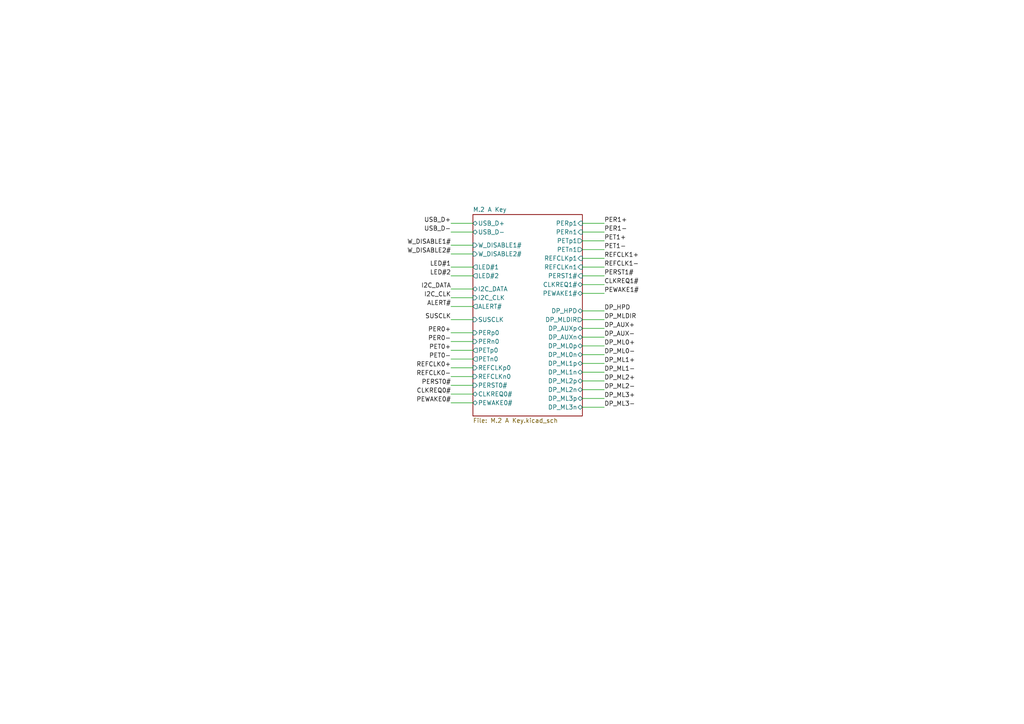
<source format=kicad_sch>
(kicad_sch
	(version 20250114)
	(generator "eeschema")
	(generator_version "9.0")
	(uuid "73980d46-8af7-4a2d-b693-b8b2cc5b8cdb")
	(paper "A4")
	(lib_symbols)
	(wire
		(pts
			(xy 168.91 85.09) (xy 175.26 85.09)
		)
		(stroke
			(width 0)
			(type default)
		)
		(uuid "0cac00a6-be52-4814-bd66-ec717d619686")
	)
	(wire
		(pts
			(xy 130.81 96.52) (xy 137.16 96.52)
		)
		(stroke
			(width 0)
			(type default)
		)
		(uuid "0dfa9a9f-9e99-454e-9e50-cc5b9dc11c0a")
	)
	(wire
		(pts
			(xy 130.81 64.77) (xy 137.16 64.77)
		)
		(stroke
			(width 0)
			(type default)
		)
		(uuid "100ba10a-b362-4950-9162-3f2eff6ddfac")
	)
	(wire
		(pts
			(xy 130.81 99.06) (xy 137.16 99.06)
		)
		(stroke
			(width 0)
			(type default)
		)
		(uuid "194793e4-13cd-431c-920c-71f535587a54")
	)
	(wire
		(pts
			(xy 168.91 115.57) (xy 175.26 115.57)
		)
		(stroke
			(width 0)
			(type default)
		)
		(uuid "1f858c80-6758-41ff-9844-f16e4b31bed9")
	)
	(wire
		(pts
			(xy 130.81 67.31) (xy 137.16 67.31)
		)
		(stroke
			(width 0)
			(type default)
		)
		(uuid "2af06e8a-38ed-4cc7-9761-ee65eac414ca")
	)
	(wire
		(pts
			(xy 168.91 77.47) (xy 175.26 77.47)
		)
		(stroke
			(width 0)
			(type default)
		)
		(uuid "2e503f90-789a-4931-b419-6222ec57823e")
	)
	(wire
		(pts
			(xy 168.91 72.39) (xy 175.26 72.39)
		)
		(stroke
			(width 0)
			(type default)
		)
		(uuid "2ec36fe8-ba95-44b2-bc64-2d7f5f75b2f1")
	)
	(wire
		(pts
			(xy 168.91 113.03) (xy 175.26 113.03)
		)
		(stroke
			(width 0)
			(type default)
		)
		(uuid "37db94c9-37bf-45df-8dbf-3bd7376074bc")
	)
	(wire
		(pts
			(xy 130.81 71.12) (xy 137.16 71.12)
		)
		(stroke
			(width 0)
			(type default)
		)
		(uuid "4648cfc1-47d6-4325-bec7-78450686b85e")
	)
	(wire
		(pts
			(xy 168.91 80.01) (xy 175.26 80.01)
		)
		(stroke
			(width 0)
			(type default)
		)
		(uuid "4a41624c-f1db-4780-b46c-2c1ea7c09001")
	)
	(wire
		(pts
			(xy 130.81 86.36) (xy 137.16 86.36)
		)
		(stroke
			(width 0)
			(type default)
		)
		(uuid "4c979bb3-f8b9-4741-9346-eafad61a5abf")
	)
	(wire
		(pts
			(xy 168.91 82.55) (xy 175.26 82.55)
		)
		(stroke
			(width 0)
			(type default)
		)
		(uuid "51733a15-adcc-4006-af11-11482031b2d7")
	)
	(wire
		(pts
			(xy 130.81 111.76) (xy 137.16 111.76)
		)
		(stroke
			(width 0)
			(type default)
		)
		(uuid "5b9e15da-4ff8-42c7-8a2a-757e71047c5b")
	)
	(wire
		(pts
			(xy 130.81 92.71) (xy 137.16 92.71)
		)
		(stroke
			(width 0)
			(type default)
		)
		(uuid "5bc262b6-308b-41b5-91e4-3419cd0ccd3f")
	)
	(wire
		(pts
			(xy 168.91 100.33) (xy 175.26 100.33)
		)
		(stroke
			(width 0)
			(type default)
		)
		(uuid "62517c91-bdcc-4664-888a-c8a6f602ff9f")
	)
	(wire
		(pts
			(xy 130.81 88.9) (xy 137.16 88.9)
		)
		(stroke
			(width 0)
			(type default)
		)
		(uuid "699eb231-25a2-443c-bc60-98e952623437")
	)
	(wire
		(pts
			(xy 168.91 90.17) (xy 175.26 90.17)
		)
		(stroke
			(width 0)
			(type default)
		)
		(uuid "724188e0-fafa-41ca-98ae-89244fe1b8b4")
	)
	(wire
		(pts
			(xy 130.81 114.3) (xy 137.16 114.3)
		)
		(stroke
			(width 0)
			(type default)
		)
		(uuid "8e7361fb-d342-466a-8beb-9a4e67df0af1")
	)
	(wire
		(pts
			(xy 168.91 107.95) (xy 175.26 107.95)
		)
		(stroke
			(width 0)
			(type default)
		)
		(uuid "966aa651-f3bb-495a-b3f2-12bbddd11347")
	)
	(wire
		(pts
			(xy 168.91 69.85) (xy 175.26 69.85)
		)
		(stroke
			(width 0)
			(type default)
		)
		(uuid "98146ce4-5c31-4c28-9c90-95b62e8227c3")
	)
	(wire
		(pts
			(xy 168.91 105.41) (xy 175.26 105.41)
		)
		(stroke
			(width 0)
			(type default)
		)
		(uuid "989f141d-4969-4d59-be98-ea411b175821")
	)
	(wire
		(pts
			(xy 168.91 92.71) (xy 175.26 92.71)
		)
		(stroke
			(width 0)
			(type default)
		)
		(uuid "9e8c125a-7e71-4013-99ca-119d2087d847")
	)
	(wire
		(pts
			(xy 168.91 97.79) (xy 175.26 97.79)
		)
		(stroke
			(width 0)
			(type default)
		)
		(uuid "9eac1fb9-4711-4784-9212-c690bd4144c0")
	)
	(wire
		(pts
			(xy 130.81 101.6) (xy 137.16 101.6)
		)
		(stroke
			(width 0)
			(type default)
		)
		(uuid "aa9398cb-8513-4e1d-8d43-82d2120e5e31")
	)
	(wire
		(pts
			(xy 130.81 83.82) (xy 137.16 83.82)
		)
		(stroke
			(width 0)
			(type default)
		)
		(uuid "ab7f4a64-7a93-4564-9f3b-69a55fca8326")
	)
	(wire
		(pts
			(xy 168.91 102.87) (xy 175.26 102.87)
		)
		(stroke
			(width 0)
			(type default)
		)
		(uuid "ac95b7e5-1217-4735-9c4b-d7dab02c4db1")
	)
	(wire
		(pts
			(xy 168.91 118.11) (xy 175.26 118.11)
		)
		(stroke
			(width 0)
			(type default)
		)
		(uuid "ae006d5e-1a7a-4b03-811a-c73a9b4327f7")
	)
	(wire
		(pts
			(xy 130.81 116.84) (xy 137.16 116.84)
		)
		(stroke
			(width 0)
			(type default)
		)
		(uuid "aeeff289-aa94-4bae-ae37-c808263ff48a")
	)
	(wire
		(pts
			(xy 168.91 74.93) (xy 175.26 74.93)
		)
		(stroke
			(width 0)
			(type default)
		)
		(uuid "b8415a5e-b4d8-4f49-9212-e4d062fe8812")
	)
	(wire
		(pts
			(xy 130.81 109.22) (xy 137.16 109.22)
		)
		(stroke
			(width 0)
			(type default)
		)
		(uuid "ba220175-d4f3-4dc4-a886-593efd58fa59")
	)
	(wire
		(pts
			(xy 168.91 67.31) (xy 175.26 67.31)
		)
		(stroke
			(width 0)
			(type default)
		)
		(uuid "cff28ce2-9287-4205-a121-c6e613f85aa2")
	)
	(wire
		(pts
			(xy 168.91 110.49) (xy 175.26 110.49)
		)
		(stroke
			(width 0)
			(type default)
		)
		(uuid "d9d82338-4c83-4a46-a879-3b4047f8441e")
	)
	(wire
		(pts
			(xy 168.91 95.25) (xy 175.26 95.25)
		)
		(stroke
			(width 0)
			(type default)
		)
		(uuid "ddf53a39-bf7b-49a4-a574-555b4f7a89b4")
	)
	(wire
		(pts
			(xy 130.81 106.68) (xy 137.16 106.68)
		)
		(stroke
			(width 0)
			(type default)
		)
		(uuid "e4dc499c-d1f3-43b5-ab1b-a47141b8bdb3")
	)
	(wire
		(pts
			(xy 168.91 64.77) (xy 175.26 64.77)
		)
		(stroke
			(width 0)
			(type default)
		)
		(uuid "e6742dbd-26f1-4d76-8094-ba3466650418")
	)
	(wire
		(pts
			(xy 130.81 73.66) (xy 137.16 73.66)
		)
		(stroke
			(width 0)
			(type default)
		)
		(uuid "eb632226-78ee-4e36-9405-984df2219c59")
	)
	(wire
		(pts
			(xy 130.81 77.47) (xy 137.16 77.47)
		)
		(stroke
			(width 0)
			(type default)
		)
		(uuid "ee935b64-9be3-4401-a9b3-e6cf9c70bede")
	)
	(wire
		(pts
			(xy 130.81 104.14) (xy 137.16 104.14)
		)
		(stroke
			(width 0)
			(type default)
		)
		(uuid "f8d3f2a7-5248-4fe0-8485-52f9ebd380e9")
	)
	(wire
		(pts
			(xy 130.81 80.01) (xy 137.16 80.01)
		)
		(stroke
			(width 0)
			(type default)
		)
		(uuid "f8f7b51f-e8fc-4679-b1b1-bd7276f0fadc")
	)
	(label "REFCLK1-"
		(at 175.26 77.47 0)
		(effects
			(font
				(size 1.27 1.27)
			)
			(justify left bottom)
		)
		(uuid "04286175-e5d7-46a9-bd84-8b2e672ff1da")
	)
	(label "REFCLK0-"
		(at 130.81 109.22 180)
		(effects
			(font
				(size 1.27 1.27)
			)
			(justify right bottom)
		)
		(uuid "0a58045b-837f-4c3c-a652-9459ebdf2d5c")
	)
	(label "DP_ML1-"
		(at 175.26 107.95 0)
		(effects
			(font
				(size 1.27 1.27)
			)
			(justify left bottom)
		)
		(uuid "0d81ad73-169e-4d43-985b-59adee7f41b8")
	)
	(label "PET1+"
		(at 175.26 69.85 0)
		(effects
			(font
				(size 1.27 1.27)
			)
			(justify left bottom)
		)
		(uuid "1456ba1e-64e5-460c-8a10-7ecc152b6222")
	)
	(label "CLKREQ0#"
		(at 130.81 114.3 180)
		(effects
			(font
				(size 1.27 1.27)
			)
			(justify right bottom)
		)
		(uuid "16fa7c5d-165e-4d95-a0e7-d18da0b7a5ec")
	)
	(label "REFCLK0+"
		(at 130.81 106.68 180)
		(effects
			(font
				(size 1.27 1.27)
			)
			(justify right bottom)
		)
		(uuid "170612c5-4c19-4039-8061-23ceba5c0dc8")
	)
	(label "DP_ML0+"
		(at 175.26 100.33 0)
		(effects
			(font
				(size 1.27 1.27)
			)
			(justify left bottom)
		)
		(uuid "1de69d8a-9e8a-4735-bf16-f7bd8dcf724c")
	)
	(label "DP_AUX+"
		(at 175.26 95.25 0)
		(effects
			(font
				(size 1.27 1.27)
			)
			(justify left bottom)
		)
		(uuid "23e3c124-3d66-47e0-b9bd-45d12cc7819a")
	)
	(label "PEWAKE1#"
		(at 175.26 85.09 0)
		(effects
			(font
				(size 1.27 1.27)
			)
			(justify left bottom)
		)
		(uuid "33641698-82a2-47ea-8ac5-75d52f640f9c")
	)
	(label "DP_ML2+"
		(at 175.26 110.49 0)
		(effects
			(font
				(size 1.27 1.27)
			)
			(justify left bottom)
		)
		(uuid "35c0f5bf-fdc8-4180-9781-fe52802def5e")
	)
	(label "DP_AUX-"
		(at 175.26 97.79 0)
		(effects
			(font
				(size 1.27 1.27)
			)
			(justify left bottom)
		)
		(uuid "390c956f-e1af-49da-a56a-24cc00a0b8ba")
	)
	(label "W_DISABLE1#"
		(at 130.81 71.12 180)
		(effects
			(font
				(size 1.27 1.27)
			)
			(justify right bottom)
		)
		(uuid "44e87133-f0e7-4091-949b-14d20070ae34")
	)
	(label "DP_MLDIR"
		(at 175.26 92.71 0)
		(effects
			(font
				(size 1.27 1.27)
			)
			(justify left bottom)
		)
		(uuid "481658a9-4e81-4bb2-99e7-f9b16de3e1fd")
	)
	(label "REFCLK1+"
		(at 175.26 74.93 0)
		(effects
			(font
				(size 1.27 1.27)
			)
			(justify left bottom)
		)
		(uuid "53d873e7-81ef-4da4-adf3-2141d624ed08")
	)
	(label "DP_ML3+"
		(at 175.26 115.57 0)
		(effects
			(font
				(size 1.27 1.27)
			)
			(justify left bottom)
		)
		(uuid "5897308f-7aaa-486a-bb77-ebddc1a2490b")
	)
	(label "LED#2"
		(at 130.81 80.01 180)
		(effects
			(font
				(size 1.27 1.27)
			)
			(justify right bottom)
		)
		(uuid "5a8230f6-0866-4555-a058-3a2518f2d1f3")
	)
	(label "USB_D-"
		(at 130.81 67.31 180)
		(effects
			(font
				(size 1.27 1.27)
			)
			(justify right bottom)
		)
		(uuid "697f8352-a31c-4a6b-b585-c8182981b62f")
	)
	(label "SUSCLK"
		(at 130.81 92.71 180)
		(effects
			(font
				(size 1.27 1.27)
			)
			(justify right bottom)
		)
		(uuid "6d6ea700-2635-4f56-bbbd-75e5e9a6486e")
	)
	(label "PET0-"
		(at 130.81 104.14 180)
		(effects
			(font
				(size 1.27 1.27)
			)
			(justify right bottom)
		)
		(uuid "6eb68d66-46fa-4be8-8cb1-04dbcca9bcd2")
	)
	(label "DP_ML1+"
		(at 175.26 105.41 0)
		(effects
			(font
				(size 1.27 1.27)
			)
			(justify left bottom)
		)
		(uuid "70d89d92-b2a6-4518-a2c1-2d0cbe9ddc33")
	)
	(label "DP_ML0-"
		(at 175.26 102.87 0)
		(effects
			(font
				(size 1.27 1.27)
			)
			(justify left bottom)
		)
		(uuid "75bfe089-0314-4afb-9092-720c61c094d3")
	)
	(label "LED#1"
		(at 130.81 77.47 180)
		(effects
			(font
				(size 1.27 1.27)
			)
			(justify right bottom)
		)
		(uuid "79c1652f-31bf-4905-9b92-b5bb30041337")
	)
	(label "PER0+"
		(at 130.81 96.52 180)
		(effects
			(font
				(size 1.27 1.27)
			)
			(justify right bottom)
		)
		(uuid "7cde6a6d-7325-42ba-a40b-f5f74ae77fbc")
	)
	(label "PET0+"
		(at 130.81 101.6 180)
		(effects
			(font
				(size 1.27 1.27)
			)
			(justify right bottom)
		)
		(uuid "81661b77-aee3-4214-97b1-b82b20f83ebc")
	)
	(label "USB_D+"
		(at 130.81 64.77 180)
		(effects
			(font
				(size 1.27 1.27)
			)
			(justify right bottom)
		)
		(uuid "90436a6b-ab42-48ee-99b3-15c2538486b7")
	)
	(label "PERST0#"
		(at 130.81 111.76 180)
		(effects
			(font
				(size 1.27 1.27)
			)
			(justify right bottom)
		)
		(uuid "91bf2ee0-f6e8-407b-bcf8-4c9e9442983c")
	)
	(label "ALERT#"
		(at 130.81 88.9 180)
		(effects
			(font
				(size 1.27 1.27)
			)
			(justify right bottom)
		)
		(uuid "96d7c4b4-7aff-4368-a151-8883d683251f")
	)
	(label "I2C_CLK"
		(at 130.81 86.36 180)
		(effects
			(font
				(size 1.27 1.27)
			)
			(justify right bottom)
		)
		(uuid "9a3841ae-f271-48a2-876a-048c27e47df2")
	)
	(label "I2C_DATA"
		(at 130.81 83.82 180)
		(effects
			(font
				(size 1.27 1.27)
			)
			(justify right bottom)
		)
		(uuid "9cf9965d-16f7-4fcc-9aaf-222a27bf38fe")
	)
	(label "PEWAKE0#"
		(at 130.81 116.84 180)
		(effects
			(font
				(size 1.27 1.27)
			)
			(justify right bottom)
		)
		(uuid "a8304bd6-02f5-41b5-89e1-4998e5a89bb5")
	)
	(label "CLKREQ1#"
		(at 175.26 82.55 0)
		(effects
			(font
				(size 1.27 1.27)
			)
			(justify left bottom)
		)
		(uuid "b3550244-1ebd-47a7-ba6f-4efebce69f96")
	)
	(label "PET1-"
		(at 175.26 72.39 0)
		(effects
			(font
				(size 1.27 1.27)
			)
			(justify left bottom)
		)
		(uuid "ba44871e-117d-456e-8923-0a555c131d35")
	)
	(label "PER0-"
		(at 130.81 99.06 180)
		(effects
			(font
				(size 1.27 1.27)
			)
			(justify right bottom)
		)
		(uuid "e162185a-6d82-4e9b-903a-4576a19f8a4c")
	)
	(label "PER1-"
		(at 175.26 67.31 0)
		(effects
			(font
				(size 1.27 1.27)
			)
			(justify left bottom)
		)
		(uuid "e712963a-0f7a-4aeb-bd0d-f1fc499eab08")
	)
	(label "PERST1#"
		(at 175.26 80.01 0)
		(effects
			(font
				(size 1.27 1.27)
			)
			(justify left bottom)
		)
		(uuid "e78f7529-2b2c-48ea-a888-6c858bf22ec5")
	)
	(label "DP_HPD"
		(at 175.26 90.17 0)
		(effects
			(font
				(size 1.27 1.27)
			)
			(justify left bottom)
		)
		(uuid "f21eb07b-7e01-427d-bd78-f9a60026dab7")
	)
	(label "W_DISABLE2#"
		(at 130.81 73.66 180)
		(effects
			(font
				(size 1.27 1.27)
			)
			(justify right bottom)
		)
		(uuid "f6381f1d-aa6a-489e-ac59-b036b10e5830")
	)
	(label "PER1+"
		(at 175.26 64.77 0)
		(effects
			(font
				(size 1.27 1.27)
			)
			(justify left bottom)
		)
		(uuid "f9444536-9022-4aaf-8fc7-99c8e510ccad")
	)
	(label "DP_ML3-"
		(at 175.26 118.11 0)
		(effects
			(font
				(size 1.27 1.27)
			)
			(justify left bottom)
		)
		(uuid "fa7a2ad4-3bf4-460c-8fa1-0fdb53e3ae1f")
	)
	(label "DP_ML2-"
		(at 175.26 113.03 0)
		(effects
			(font
				(size 1.27 1.27)
			)
			(justify left bottom)
		)
		(uuid "fed9f6f5-af6f-44dd-9f10-7864f50eb6bd")
	)
	(sheet
		(at 137.16 62.23)
		(size 31.75 58.42)
		(exclude_from_sim no)
		(in_bom yes)
		(on_board yes)
		(dnp no)
		(fields_autoplaced yes)
		(stroke
			(width 0.1524)
			(type solid)
		)
		(fill
			(color 0 0 0 0.0000)
		)
		(uuid "c5eddd11-44ba-4d0a-b638-7e09d2e879b4")
		(property "Sheetname" "M.2 A Key"
			(at 137.16 61.5184 0)
			(effects
				(font
					(size 1.27 1.27)
				)
				(justify left bottom)
			)
		)
		(property "Sheetfile" "M.2 A Key.kicad_sch"
			(at 137.16 121.2346 0)
			(effects
				(font
					(size 1.27 1.27)
				)
				(justify left top)
			)
		)
		(pin "USB_D+" bidirectional
			(at 137.16 64.77 180)
			(uuid "24ee6092-51a7-4c6c-8e82-c868ff5472f0")
			(effects
				(font
					(size 1.27 1.27)
				)
				(justify left)
			)
		)
		(pin "USB_D-" bidirectional
			(at 137.16 67.31 180)
			(uuid "6f91aa95-18e7-4fa0-a974-f3e1d3b7907e")
			(effects
				(font
					(size 1.27 1.27)
				)
				(justify left)
			)
		)
		(pin "W_DISABLE1#" input
			(at 137.16 71.12 180)
			(uuid "848ef8b2-ef7e-4784-a0ad-ae2356f41e63")
			(effects
				(font
					(size 1.27 1.27)
				)
				(justify left)
			)
		)
		(pin "W_DISABLE2#" input
			(at 137.16 73.66 180)
			(uuid "1904c867-488c-4c93-9b03-dec405ed1e40")
			(effects
				(font
					(size 1.27 1.27)
				)
				(justify left)
			)
		)
		(pin "LED#1" output
			(at 137.16 77.47 180)
			(uuid "cdd6082c-2458-492e-8f97-a5008064de06")
			(effects
				(font
					(size 1.27 1.27)
				)
				(justify left)
			)
		)
		(pin "LED#2" output
			(at 137.16 80.01 180)
			(uuid "eb53f7a9-c59c-4366-b090-1092d6826e0a")
			(effects
				(font
					(size 1.27 1.27)
				)
				(justify left)
			)
		)
		(pin "I2C_DATA" bidirectional
			(at 137.16 83.82 180)
			(uuid "7d2e5a86-0b21-4d5a-9a8d-c4a8d1e7a3f6")
			(effects
				(font
					(size 1.27 1.27)
				)
				(justify left)
			)
		)
		(pin "I2C_CLK" input
			(at 137.16 86.36 180)
			(uuid "f4aab3d4-8025-4e6c-9634-4b03e42986e1")
			(effects
				(font
					(size 1.27 1.27)
				)
				(justify left)
			)
		)
		(pin "ALERT#" output
			(at 137.16 88.9 180)
			(uuid "b8ec4a07-1822-4dea-a701-cd8a01ed99c2")
			(effects
				(font
					(size 1.27 1.27)
				)
				(justify left)
			)
		)
		(pin "SUSCLK" input
			(at 137.16 92.71 180)
			(uuid "0043e7e9-9487-4ea4-add4-5d41987400b5")
			(effects
				(font
					(size 1.27 1.27)
				)
				(justify left)
			)
		)
		(pin "PERp0" input
			(at 137.16 96.52 180)
			(uuid "0648eb56-2933-4c8f-a3ae-b05a1d508a83")
			(effects
				(font
					(size 1.27 1.27)
				)
				(justify left)
			)
		)
		(pin "PERn0" input
			(at 137.16 99.06 180)
			(uuid "951961a3-3cb7-42a7-b7ea-8e7081138e33")
			(effects
				(font
					(size 1.27 1.27)
				)
				(justify left)
			)
		)
		(pin "PERST0#" input
			(at 137.16 111.76 180)
			(uuid "1c5c3d32-a97e-4cd9-b918-5b7d6d65899b")
			(effects
				(font
					(size 1.27 1.27)
				)
				(justify left)
			)
		)
		(pin "CLKREQ0#" bidirectional
			(at 137.16 114.3 180)
			(uuid "c43f90a5-ceee-45da-9192-094d0d9bf568")
			(effects
				(font
					(size 1.27 1.27)
				)
				(justify left)
			)
		)
		(pin "PETn0" output
			(at 137.16 104.14 180)
			(uuid "03b4a262-554a-4c5f-86da-6078f020dfa7")
			(effects
				(font
					(size 1.27 1.27)
				)
				(justify left)
			)
		)
		(pin "PETp0" output
			(at 137.16 101.6 180)
			(uuid "4c7d9697-2bf3-468a-81c9-3cbca16bdb34")
			(effects
				(font
					(size 1.27 1.27)
				)
				(justify left)
			)
		)
		(pin "REFCLKp0" input
			(at 137.16 106.68 180)
			(uuid "c4535333-0330-46b4-b704-088f21f75fea")
			(effects
				(font
					(size 1.27 1.27)
				)
				(justify left)
			)
		)
		(pin "PEWAKE0#" bidirectional
			(at 137.16 116.84 180)
			(uuid "7d103af5-36bf-4a6d-b5d0-fa9698bf6323")
			(effects
				(font
					(size 1.27 1.27)
				)
				(justify left)
			)
		)
		(pin "REFCLKn0" input
			(at 137.16 109.22 180)
			(uuid "6870959d-740e-4b84-9d65-f739eb6e3f87")
			(effects
				(font
					(size 1.27 1.27)
				)
				(justify left)
			)
		)
		(pin "PEWAKE1#" bidirectional
			(at 168.91 85.09 0)
			(uuid "52546810-bde3-4cb1-9066-c4cecbe74fc8")
			(effects
				(font
					(size 1.27 1.27)
				)
				(justify right)
			)
		)
		(pin "PETp1" output
			(at 168.91 69.85 0)
			(uuid "49acd62f-81af-4aa0-bd11-ae2fcd4c1f6e")
			(effects
				(font
					(size 1.27 1.27)
				)
				(justify right)
			)
		)
		(pin "PERn1" input
			(at 168.91 67.31 0)
			(uuid "2e6d33e0-dc27-4e6e-991d-a1e658ba1c27")
			(effects
				(font
					(size 1.27 1.27)
				)
				(justify right)
			)
		)
		(pin "REFCLKp1" input
			(at 168.91 74.93 0)
			(uuid "426b051a-eaf8-4e6f-bf01-692d82362345")
			(effects
				(font
					(size 1.27 1.27)
				)
				(justify right)
			)
		)
		(pin "PERp1" input
			(at 168.91 64.77 0)
			(uuid "7ecb050f-6c39-444f-bf85-77fae4ecfb49")
			(effects
				(font
					(size 1.27 1.27)
				)
				(justify right)
			)
		)
		(pin "PETn1" output
			(at 168.91 72.39 0)
			(uuid "75b6df38-bed3-44a9-83e7-8f955e60d0c1")
			(effects
				(font
					(size 1.27 1.27)
				)
				(justify right)
			)
		)
		(pin "REFCLKn1" input
			(at 168.91 77.47 0)
			(uuid "452b8843-0d87-4ec3-9667-79f552800fb7")
			(effects
				(font
					(size 1.27 1.27)
				)
				(justify right)
			)
		)
		(pin "PERST1#" input
			(at 168.91 80.01 0)
			(uuid "e94c83ea-099c-420b-882a-c999ae1cf267")
			(effects
				(font
					(size 1.27 1.27)
				)
				(justify right)
			)
		)
		(pin "CLKREQ1#" bidirectional
			(at 168.91 82.55 0)
			(uuid "b2b34bb4-5fd8-44bf-afb9-8cf7c17ddd74")
			(effects
				(font
					(size 1.27 1.27)
				)
				(justify right)
			)
		)
		(pin "DP_HPD" bidirectional
			(at 168.91 90.17 0)
			(uuid "c223dd11-7878-4437-9b3c-cc061cee9a6d")
			(effects
				(font
					(size 1.27 1.27)
				)
				(justify right)
			)
		)
		(pin "DP_MLDIR" output
			(at 168.91 92.71 0)
			(uuid "0cc2a954-10c6-43a6-a98d-a1084d307899")
			(effects
				(font
					(size 1.27 1.27)
				)
				(justify right)
			)
		)
		(pin "DP_AUXp" bidirectional
			(at 168.91 95.25 0)
			(uuid "4a6d0cf1-6aa3-468e-a5f1-f9911d6296c8")
			(effects
				(font
					(size 1.27 1.27)
				)
				(justify right)
			)
		)
		(pin "DP_AUXn" bidirectional
			(at 168.91 97.79 0)
			(uuid "ec48815c-ffbe-4698-b963-9b87b0daa53b")
			(effects
				(font
					(size 1.27 1.27)
				)
				(justify right)
			)
		)
		(pin "DP_ML0n" bidirectional
			(at 168.91 102.87 0)
			(uuid "da72fad5-321c-497e-878e-3be3cee1fcf2")
			(effects
				(font
					(size 1.27 1.27)
				)
				(justify right)
			)
		)
		(pin "DP_ML0p" bidirectional
			(at 168.91 100.33 0)
			(uuid "728536fe-4242-4a27-b395-84f192d5dc31")
			(effects
				(font
					(size 1.27 1.27)
				)
				(justify right)
			)
		)
		(pin "DP_ML1p" bidirectional
			(at 168.91 105.41 0)
			(uuid "c61aea7b-7596-40de-b510-9ef7cef5bafb")
			(effects
				(font
					(size 1.27 1.27)
				)
				(justify right)
			)
		)
		(pin "DP_ML1n" bidirectional
			(at 168.91 107.95 0)
			(uuid "2eb443bd-88cf-4b03-beb7-db2d084dc1a9")
			(effects
				(font
					(size 1.27 1.27)
				)
				(justify right)
			)
		)
		(pin "DP_ML2p" bidirectional
			(at 168.91 110.49 0)
			(uuid "cc110f43-3b3a-4931-b16c-ac8f0f50e42b")
			(effects
				(font
					(size 1.27 1.27)
				)
				(justify right)
			)
		)
		(pin "DP_ML2n" bidirectional
			(at 168.91 113.03 0)
			(uuid "69d890e5-b108-4ef9-9d73-a3a730d9df4e")
			(effects
				(font
					(size 1.27 1.27)
				)
				(justify right)
			)
		)
		(pin "DP_ML3p" bidirectional
			(at 168.91 115.57 0)
			(uuid "7232363c-02e1-4ba7-a298-53fafa8476af")
			(effects
				(font
					(size 1.27 1.27)
				)
				(justify right)
			)
		)
		(pin "DP_ML3n" bidirectional
			(at 168.91 118.11 0)
			(uuid "55672d86-c533-452a-9101-5236796f1660")
			(effects
				(font
					(size 1.27 1.27)
				)
				(justify right)
			)
		)
		(instances
			(project "M.2 A Key 2260"
				(path "/73980d46-8af7-4a2d-b693-b8b2cc5b8cdb"
					(page "2")
				)
			)
		)
	)
	(sheet_instances
		(path "/"
			(page "1")
		)
	)
	(embedded_fonts no)
)

</source>
